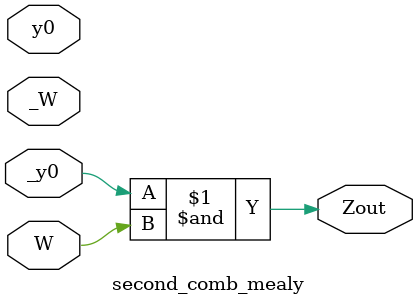
<source format=v>




module first_comb_mealy(
    W, _W,
    y0, _y0,
    next_y0
);

//=============Input Ports=============================
    input   W, _W, y0, _y0;
//=============Output Ports============================
    output  next_y0;
//=============Input ports Data Type===================
    wire    W, _W, y0, _y0;
//=============Output Ports Data Type==================
    wire     next_y0;


//*************Calculate next_y0***********************
    assign next_y0 = W;

endmodule


//Combinational logic after flip flop for mealy implementation
//INPUTS: current state (y0)
//OUTPUT: FSM output(Zout)
//in addition, every input has is not counterpart 
module second_comb_mealy(
    W, _W,
    y0, _y0,
    Zout
);

//=============Input Ports=============================
    input   W, _W, y0, _y0;
//=============Output Ports============================
    output  Zout;
//=============Input ports Data Type===================
    wire    W, _W, y0, _y0;
//=============Output Ports Data Type==================
    wire    Zout;

//*************Calculate Zout***********************
    and (Zout,_y0,W);

endmodule 
</source>
